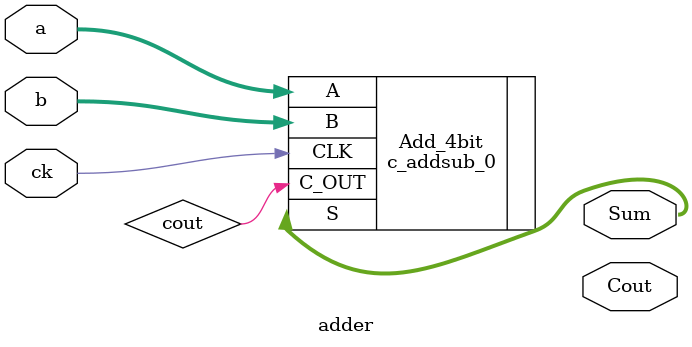
<source format=v>
module adder(
    input [3:0] a,b,
    input ck,
    output [3:0] Sum,
    output Cout
    );
    c_addsub_0 Add_4bit  (
  .A(a),          // input wire [3 : 0] A
  .B(b),          // input wire [3 : 0] B
  .CLK(ck),      // input wire CLK
  .C_OUT(cout),  // output wire C_OUT
  .S(Sum)          // output wire [3 : 0] S
);
endmodule

</source>
